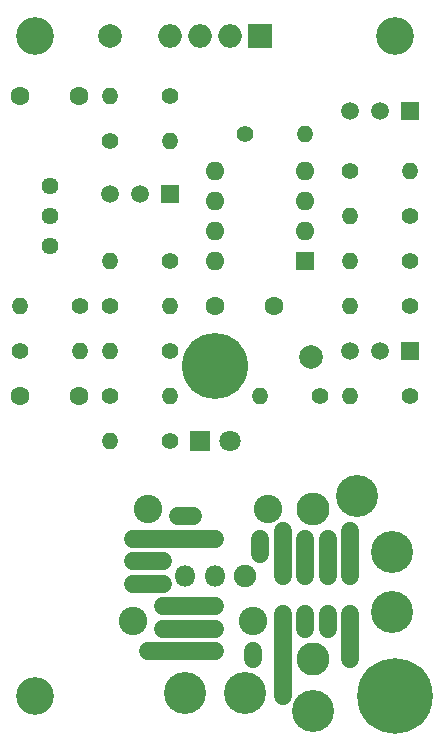
<source format=gbr>
G04 #@! TF.FileFunction,Soldermask,Bot*
%FSLAX46Y46*%
G04 Gerber Fmt 4.6, Leading zero omitted, Abs format (unit mm)*
G04 Created by KiCad (PCBNEW 4.0.6-e0-6349~53~ubuntu16.04.1) date Wed May 31 11:55:21 2017*
%MOMM*%
%LPD*%
G01*
G04 APERTURE LIST*
%ADD10C,0.100000*%
%ADD11C,1.524000*%
%ADD12C,3.556000*%
%ADD13C,2.413000*%
%ADD14O,2.413000X2.413000*%
%ADD15C,5.588000*%
%ADD16O,1.800000X1.800000*%
%ADD17C,1.905000*%
%ADD18C,1.600000*%
%ADD19R,1.800000X1.800000*%
%ADD20C,1.800000*%
%ADD21O,1.998980X1.998980*%
%ADD22R,1.998980X1.998980*%
%ADD23C,1.400000*%
%ADD24O,1.400000X1.400000*%
%ADD25C,1.440000*%
%ADD26C,1.998980*%
%ADD27C,2.794000*%
%ADD28O,2.794000X2.794000*%
%ADD29C,1.520000*%
%ADD30R,1.520000X1.520000*%
%ADD31C,6.400000*%
%ADD32C,3.200000*%
%ADD33R,1.600000X1.600000*%
%ADD34O,1.600000X1.600000*%
G04 APERTURE END LIST*
D10*
D11*
X24765000Y-59055000D02*
X24765000Y-59690000D01*
X17145000Y-44450000D02*
X15875000Y-44450000D01*
X12065000Y-46355000D02*
X19050000Y-46355000D01*
X12065000Y-48260000D02*
X14605000Y-48260000D01*
X14605000Y-50165000D02*
X12065000Y-50165000D01*
X19050000Y-52070000D02*
X14605000Y-52070000D01*
X19050000Y-53975000D02*
X14605000Y-53975000D01*
X19050000Y-55880000D02*
X13335000Y-55880000D01*
X24765000Y-46355000D02*
X24765000Y-45720000D01*
X22860000Y-47625000D02*
X22860000Y-46355000D01*
X30480000Y-49530000D02*
X30480000Y-45720000D01*
X28575000Y-49530000D02*
X28575000Y-46355000D01*
X26670000Y-49530000D02*
X26670000Y-46355000D01*
X24765000Y-49530000D02*
X24765000Y-46355000D01*
X30480000Y-52705000D02*
X30480000Y-56515000D01*
X22225000Y-55880000D02*
X22225000Y-56515000D01*
X24765000Y-52705000D02*
X24765000Y-59055000D01*
X26670000Y-52705000D02*
X26670000Y-53975000D01*
X28575000Y-52705000D02*
X28575000Y-53975000D01*
D12*
X34036000Y-47498000D03*
X34036000Y-52578000D03*
D13*
X22225000Y-53340000D03*
D14*
X12065000Y-53340000D03*
D13*
X13335000Y-43815000D03*
D14*
X23495000Y-43815000D03*
D12*
X27305000Y-60960000D03*
X21590000Y-59436000D03*
X16510000Y-59436000D03*
D15*
X19050000Y-31750000D03*
D16*
X16510000Y-49530000D03*
X19050000Y-49530000D03*
D17*
X21590000Y-49530000D03*
D18*
X19050000Y-26670000D03*
X24050000Y-26670000D03*
X2540000Y-8890000D03*
X7540000Y-8890000D03*
X2540000Y-34290000D03*
X7540000Y-34290000D03*
D19*
X17780000Y-38100000D03*
D20*
X20320000Y-38100000D03*
D21*
X15240000Y-3810000D03*
D22*
X22860000Y-3810000D03*
D21*
X20320000Y-3810000D03*
X17780000Y-3810000D03*
D23*
X10160000Y-12700000D03*
D24*
X15240000Y-12700000D03*
D23*
X15240000Y-8890000D03*
D24*
X10160000Y-8890000D03*
D23*
X15240000Y-22860000D03*
D24*
X10160000Y-22860000D03*
D23*
X7620000Y-26670000D03*
D24*
X2540000Y-26670000D03*
D23*
X2540000Y-30480000D03*
D24*
X7620000Y-30480000D03*
D23*
X27940000Y-34290000D03*
D24*
X22860000Y-34290000D03*
D23*
X35560000Y-19050000D03*
D24*
X30480000Y-19050000D03*
D23*
X30480000Y-15240000D03*
D24*
X35560000Y-15240000D03*
D23*
X35560000Y-26670000D03*
D24*
X30480000Y-26670000D03*
D23*
X10160000Y-26670000D03*
D24*
X15240000Y-26670000D03*
D23*
X15240000Y-30480000D03*
D24*
X10160000Y-30480000D03*
D23*
X15240000Y-38100000D03*
D24*
X10160000Y-38100000D03*
D23*
X10160000Y-34290000D03*
D24*
X15240000Y-34290000D03*
D25*
X5080000Y-16510000D03*
X5080000Y-19050000D03*
X5080000Y-21590000D03*
D26*
X10160000Y-3810000D03*
D23*
X21590000Y-12065000D03*
D24*
X26670000Y-12065000D03*
D23*
X35560000Y-34290000D03*
D24*
X30480000Y-34290000D03*
D23*
X35560000Y-22860000D03*
D24*
X30480000Y-22860000D03*
D27*
X27305000Y-56515000D03*
D28*
X27305000Y-43815000D03*
D12*
X31050000Y-42750000D03*
D29*
X33020000Y-10160000D03*
X30480000Y-10160000D03*
D30*
X35560000Y-10160000D03*
D29*
X33020000Y-30480000D03*
X30480000Y-30480000D03*
D30*
X35560000Y-30480000D03*
D29*
X12700000Y-17145000D03*
X10160000Y-17145000D03*
D30*
X15240000Y-17145000D03*
D31*
X34290000Y-59690000D03*
D32*
X3810000Y-59690000D03*
X3810000Y-3810000D03*
X34290000Y-3810000D03*
D33*
X26670000Y-22860000D03*
D34*
X19050000Y-15240000D03*
X26670000Y-20320000D03*
X19050000Y-17780000D03*
X26670000Y-17780000D03*
X19050000Y-20320000D03*
X26670000Y-15240000D03*
X19050000Y-22860000D03*
D26*
X27178000Y-30988000D03*
M02*

</source>
